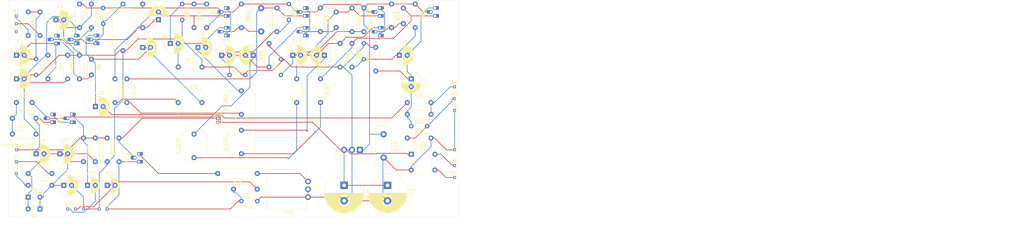
<source format=kicad_pcb>
(kicad_pcb (version 20221018) (generator pcbnew)
  (layers (0 "F.Cu" signal) (31 "B.Cu" signal) (34 "B.Paste" user) (35 "F.Paste" user) (36 "B.SilkS" user "B.Silkscreen") (37 "F.SilkS" user "F.Silkscreen") (38 "B.Mask" user) (39 "F.Mask" user) (44 "Edge.Cuts" user))
  (net 0 "")
  (net 1 "Net-(A1-Pin_1)")
  (net 2 "Net-(B1-Pin_1)")
  (net 3 "Net-(Q1-B)")
  (net 4 "Net-(C1-Pad2)")
  (net 5 "Net-(Q2-E)")
  (net 6 "GND")
  (net 7 "Net-(C3-Pad1)")
  (net 8 "Net-(Q2-C)")
  (net 9 "Net-(Q3-C)")
  (net 10 "Net-(Q4-B)")
  (net 11 "Net-(C6-Pad1)")
  (net 12 "Net-(Q3-E)")
  (net 13 "Net-(C7-Pad1)")
  (net 14 "Net-(Q5-E)")
  (net 15 "Net-(C8-Pad1)")
  (net 16 "Net-(Q5-C)")
  (net 17 "Net-(Q6-B)")
  (net 18 "Net-(C10-Pad1)")
  (net 19 "Net-(Q7-E)")
  (net 20 "Net-(C11-Pad1)")
  (net 21 "Net-(Q7-C)")
  (net 22 "Net-(Q8-B)")
  (net 23 "Net-(C13-Pad1)")
  (net 24 "Net-(Q9-E)")
  (net 25 "Net-(C14-Pad1)")
  (net 26 "Net-(Q9-C)")
  (net 27 "Net-(Q10-B)")
  (net 28 "Net-(C16-Pad1)")
  (net 29 "Net-(Q10-E)")
  (net 30 "Net-(C17-Pad2)")
  (net 31 "Net-(C18-Pad2)")
  (net 32 "Net-(Q11-B)")
  (net 33 "Net-(D1-K)")
  (net 34 "Net-(D1-A)")
  (net 35 "Net-(Connector_C1-Pin_1)")
  (net 36 "Net-(G1-Pin_1)")
  (net 37 "Net-(C23-Pad1)")
  (net 38 "Net-(H1-Pin_1)")
  (net 39 "Net-(D3-+)")
  (net 40 "+15V")
  (net 41 "Net-(C101-Pin_1)")
  (net 42 "Net-(K1-Pin_1)")
  (net 43 "Net-(J3-Pin_1)")
  (net 44 "Net-(D4-Pin_1)")
  (net 45 "Net-(E1-Pin_1)")
  (net 46 "Net-(LA1--)")
  (net 47 "Net-(M1-Pin_1)")
  (net 48 "Net-(N1-Pin_1)")
  (net 49 "Net-(Q1-C)")
  (net 50 "Net-(Q1-E)")
  (net 51 "Net-(Q4-E)")
  (net 52 "Net-(Q6-E)")
  (net 53 "Net-(Q8-E)")
  (net 54 "Net-(Q11-E)")
  (net 55 "Net-(Q13-B)")
  (net 56 "Net-(Q13-E)")
  (net 57 "Net-(R15-Pad2)")
  (net 58 "Net-(R16-Pad2)")
  (net 59 "Net-(R27-Pad2)")
  (net 60 "Net-(R28-Pad2)")
  (net 61 "Net-(R39-Pad1)")
  (net 62 "Net-(R48-Pad1)")
  (footprint "Resistor_THT:R_Axial_DIN0207_L6.3mm_D2.5mm_P7.62mm_Horizontal" (layer "F.Cu") (at 118.11 50.8 -90)
    (fp_text reference "R27")
    (fp_text value "4.7K")
  )
  (footprint "Resistor_THT:R_Axial_DIN0207_L6.3mm_D2.5mm_P7.62mm_Horizontal" (layer "F.Cu") (at 57.15 69.85 -90)
    (fp_text reference "R46")
    (fp_text value "4.7K")
  )
  (footprint "Connector_PinHeader_1.00mm:PinHeader_1x01_P1.00mm_Vertical" (layer "F.Cu") (at 168.91 53.34)
    (fp_text reference "N1")
    (fp_text value "Conn_01x01")
  )
  (footprint "Capacitor_THT:CP_Radial_D5.0mm_P2.50mm" (layer "F.Cu") (at 57.19 85.09)
    (fp_text reference "C23")
    (fp_text value "10uF 25V")
  )
  (footprint "Capacitor_THT:CP_Radial_D6.3mm_P2.50mm" (layer "F.Cu") (at 40.68 31.75)
    (fp_text reference "C3")
    (fp_text value "1uF 50V")
  )
  (footprint "Resistor_THT:R_Axial_DIN0207_L6.3mm_D2.5mm_P7.62mm_Horizontal" (layer "F.Cu") (at 89.14 34.29 90)
    (fp_text reference "R14")
    (fp_text value "100K")
  )
  (footprint "Resistor_THT:R_Axial_DIN0207_L6.3mm_D2.5mm_P7.62mm_Horizontal" (layer "F.Cu") (at 53.34 77.47 90)
    (fp_text reference "R45")
    (fp_text value "220K")
  )
  (footprint "Resistor_THT:R_Axial_DIN0207_L6.3mm_D2.5mm_P7.62mm_Horizontal" (layer "F.Cu") (at 85.09 34.29 90)
    (fp_text reference "R13")
    (fp_text value "100K")
  )
  (footprint "Package_TO_SOT_THT:TO-220-3_Vertical" (layer "F.Cu") (at 138.43 73.66 180)
    (fp_text reference "U1")
    (fp_text value "L7815")
  )
  (footprint "Resistor_THT:R_Axial_DIN0207_L6.3mm_D2.5mm_P7.62mm_Horizontal" (layer "F.Cu") (at 105.41 86.36 180)
    (fp_text reference "R49")
    (fp_text value "4.7K")
  )
  (footprint "Capacitor_THT:CP_Radial_D6.3mm_P2.50mm" (layer "F.Cu") (at 154.94 50.8 -90)
    (fp_text reference "C17")
    (fp_text value "1uF 50V")
  )
  (footprint "Package_TO_SOT_THT:TO-92L_HandSolder" (layer "F.Cu") (at 67.31 77.47 90)
    (fp_text reference "Q13")
    (fp_text value "2N3904")
  )
  (footprint "Capacitor_THT:CP_Radial_D6.3mm_P2.50mm" (layer "F.Cu") (at 41.95 74.93)
    (fp_text reference "C20")
    (fp_text value "1uF 50V")
  )
  (footprint "Resistor_THT:R_Axial_DIN0207_L6.3mm_D2.5mm_P7.62mm_Horizontal" (layer "F.Cu") (at 80.01 46.99)
    (fp_text reference "R17")
    (fp_text value "4.7K")
  )
  (footprint "Resistor_THT:R_Axial_DIN0207_L6.3mm_D2.5mm_P7.62mm_Horizontal" (layer "F.Cu") (at 148.59 26.67 -90)
    (fp_text reference "R29")
    (fp_text value "4.7K")
  )
  (footprint "Capacitor_THT:C_Rect_L7.2mm_W2.5mm_P5.00mm_FKS2_FKP2_MKS2_MKP2" (layer "F.Cu") (at 152.4 32.98 90)
    (fp_text reference "C15")
    (fp_text value "0.0047uF")
  )
  (footprint "Resistor_THT:R_Axial_DIN0207_L6.3mm_D2.5mm_P7.62mm_Horizontal" (layer "F.Cu") (at 132.08 39.37 -90)
    (fp_text reference "R31")
    (fp_text value "4.7K")
  )
  (footprint "Capacitor_THT:CP_Radial_D6.3mm_P2.50mm" (layer "F.Cu") (at 27.98 50.8)
    (fp_text reference "C2")
    (fp_text value "1uF 50V")
  )
  (footprint "Connector_PinHeader_1.00mm:PinHeader_1x01_P1.00mm_Vertical" (layer "F.Cu") (at 168.91 78.74)
    (fp_text reference "J3")
    (fp_text value "Conn_01x01")
  )
  (footprint "Package_TO_SOT_THT:TO-92L_HandSolder" (layer "F.Cu") (at 162.56 30.48 90)
    (fp_text reference "Q10")
    (fp_text value "2N3904")
  )
  (footprint "Resistor_THT:R_Axial_DIN0207_L6.3mm_D2.5mm_P7.62mm_Horizontal" (layer "F.Cu") (at 49.53 77.47 90)
    (fp_text reference "R44")
    (fp_text value "220K")
  )
  (footprint "Resistor_THT:R_Axial_DIN0207_L6.3mm_D2.5mm_P7.62mm_Horizontal" (layer "F.Cu") (at 143.51 48.26 90)
    (fp_text reference "R34")
    (fp_text value "4.7K")
  )
  (footprint "Connector_PinHeader_1.00mm:PinHeader_1x01_P1.00mm_Vertical" (layer "F.Cu") (at 27.94 30.48)
    (fp_text reference "B1")
    (fp_text value "Conn_01x01")
  )
  (footprint "Resistor_THT:R_Axial_DIN0204_L3.6mm_D1.6mm_P5.08mm_Horizontal" (layer "F.Cu") (at 96.52 49.53)
    (fp_text reference "R21")
    (fp_text value "47K")
  )
  (footprint "Connector_PinHeader_1.00mm:PinHeader_1x01_P1.00mm_Vertical" (layer "F.Cu") (at 46.99 92.71)
    (fp_text reference "H1")
    (fp_text value "Conn_01x01")
  )
  (footprint "Resistor_THT:R_Axial_DIN0204_L3.6mm_D1.6mm_P5.08mm_Horizontal" (layer "F.Cu") (at 115.57 26.67 -90)
    (fp_text reference "R20")
    (fp_text value "47K")
  )
  (footprint "Resistor_THT:R_Axial_DIN0207_L6.3mm_D2.5mm_P7.62mm_Horizontal" (layer "F.Cu") (at 63.5 50.8 -90)
    (fp_text reference "R16")
    (fp_text value "4.7K")
  )
  (footprint "OptoDevice:R_LDR_10x8.5mm_P7.6mm_Vertical" (layer "F.Cu") (at 85.09 76.19 90)
    (fp_text reference "R_LDR4")
    (fp_text value "LDR03")
  )
  (footprint "Resistor_THT:R_Axial_DIN0207_L6.3mm_D2.5mm_P7.62mm_Horizontal" (layer "F.Cu") (at 44.45 50.8 90)
    (fp_text reference "R6")
    (fp_text value "6.8K")
  )
  (footprint "Package_TO_SOT_THT:TO-92L_HandSolder" (layer "F.Cu") (at 39.37 64.77 90)
    (fp_text reference "Q11")
    (fp_text value "2N3904")
  )
  (footprint "Resistor_THT:R_Axial_DIN0204_L3.6mm_D1.6mm_P5.08mm_Horizontal" (layer "F.Cu") (at 139.7 44.45 90)
    (fp_text reference "R33")
    (fp_text value "47K")
  )
  (footprint "Connector_PinHeader_1.00mm:PinHeader_1x01_P1.00mm_Vertical" (layer "F.Cu") (at 168.91 82.55)
    (fp_text reference "K1")
    (fp_text value "Conn_01x01")
  )
  (footprint "Resistor_THT:R_Axial_DIN0207_L6.3mm_D2.5mm_P7.62mm_Horizontal" (layer "F.Cu") (at 100.33 26.67 -90)
    (fp_text reference "R18")
    (fp_text value "4.7K")
  )
  (footprint "Capacitor_THT:CP_Radial_D6.3mm_P2.50mm" (layer "F.Cu") (at 104.14 43.18 180)
    (fp_text reference "C11")
    (fp_text value "1uF 50V")
  )
  (footprint "OptoDevice:R_LDR_10x8.5mm_P7.6mm_Vertical" (layer "F.Cu") (at 100.33 74.92 90)
    (fp_text reference "R_LDR3")
    (fp_text value "LDR03")
  )
  (footprint "Resistor_THT:R_Axial_DIN0207_L6.3mm_D2.5mm_P7.62mm_Horizontal" (layer "F.Cu") (at 125.73 27.94 -90)
    (fp_text reference "R22")
    (fp_text value "4.7K")
  )
  (footprint "Connector_PinHeader_1.00mm:PinHeader_1x01_P1.00mm_Vertical" (layer "F.Cu") (at 27.94 33.02)
    (fp_text reference "A1")
    (fp_text value "Conn_01x01")
  )
  (footprint "Capacitor_THT:CP_Radial_D6.3mm_P2.50mm" (layer "F.Cu") (at 68.62 40.64)
    (fp_text reference "C6")
    (fp_text value "1uF 50V")
  )
  (footprint "Connector_PinHeader_1.00mm:PinHeader_1x01_P1.00mm_Vertical" (layer "F.Cu") (at 44.45 92.71)
    (fp_text reference "G1")
    (fp_text value "Conn_01x01")
  )
  (footprint "Capacitor_THT:CP_Radial_D6.3mm_P2.50mm" (layer "F.Cu") (at 53.38 59.69)
    (fp_text reference "C18")
    (fp_text value "1uF 50V")
  )
  (footprint "Resistor_THT:R_Axial_DIN0207_L6.3mm_D2.5mm_P7.62mm_Horizontal" (layer "F.Cu") (at 35.56 36.83 90)
    (fp_text reference "R2")
    (fp_text value "22k")
  )
  (footprint "Resistor_THT:R_Axial_DIN0207_L6.3mm_D2.5mm_P7.62mm_Horizontal" (layer "F.Cu") (at 161.29 62.23 180)
    (fp_text reference "R36")
    (fp_text value "100K")
  )
  (footprint "Resistor_THT:R_Axial_DIN0207_L6.3mm_D2.5mm_P7.62mm_Horizontal" (layer "F.Cu") (at 26.67 63.5)
    (fp_text reference "R40")
    (fp_text value "2.2M")
  )
  (footprint "Capacitor_THT:CP_Radial_D6.3mm_P2.50mm" (layer "F.Cu") (at 86.36 40.64)
    (fp_text reference "C8")
    (fp_text value "1uF 50V")
  )
  (footprint "Capacitor_THT:CP_Radial_D6.3mm_P2.50mm" (layer "F.Cu") (at 151.13 43.18)
    (fp_text reference "C16")
    (fp_text value "1uF 50V")
  )
  (footprint "Package_TO_SOT_THT:TO-92L_HandSolder" (layer "F.Cu") (at 120.65 36.83 90)
    (fp_text reference "Q7")
    (fp_text value "2N3904")
  )
  (footprint "Resistor_THT:R_Axial_DIN0207_L6.3mm_D2.5mm_P7.62mm_Horizontal" (layer "F.Cu") (at 26.67 68.58)
    (fp_text reference "R41")
    (fp_text value "4.7K")
  )
  (footprint "Resistor_THT:R_Axial_DIN0204_L3.6mm_D1.6mm_P5.08mm_Horizontal" (layer "F.Cu") (at 34.29 44.45 -90)
    (fp_text reference "R3")
    (fp_text value "47K")
  )
  (footprint "Connector_PinHeader_1.00mm:PinHeader_1x01_P1.00mm_Vertical" (layer "F.Cu") (at 168.91 60.96)
    (fp_text reference "L1")
    (fp_text value "Conn_01x01")
  )
  (footprint "Package_TO_SOT_THT:TO-92L_HandSolder" (layer "F.Cu") (at 144.78 36.83 90)
    (fp_text reference "Q9")
    (fp_text value "2N3904")
  )
  (footprint "Capacitor_THT:CP_Radial_D12.5mm_P5.00mm" (layer "F.Cu") (at 133.35 85.09 -90)
    (fp_text reference "C24")
    (fp_text value "1000uF 35V")
  )
  (footprint "Capacitor_THT:CP_Radial_D6.3mm_P2.50mm" (layer "F.Cu") (at 73.66 31.71 90)
    (fp_text reference "C5")
    (fp_text value "0.015uF")
  )
  (footprint "Connector_PinHeader_1.00mm:PinHeader_1x01_P1.00mm_Vertical" (layer "F.Cu") (at 168.91 57.15)
    (fp_text reference "M1")
    (fp_text value "Conn_01x01")
  )
  (footprint "Package_TO_SOT_THT:TO-92L_HandSolder" (layer "F.Cu") (at 45.72 64.77 90)
    (fp_text reference "Q12")
    (fp_text value "2N3904")
  )
  (footprint "OptoDevice:R_LDR_10x8.5mm_P7.6mm_Vertical" (layer "F.Cu") (at 100.33 62.23 90)
    (fp_text reference "R_LDR2")
    (fp_text value "LDR03")
  )
  (footprint "Resistor_THT:R_Axial_DIN0207_L6.3mm_D2.5mm_P7.62mm_Horizontal" (layer "F.Cu") (at 111.76 27.94 -90)
    (fp_text reference "R19")
    (fp_text value "100K")
  )
  (footprint "Resistor_THT:R_Axial_DIN0207_L6.3mm_D2.5mm_P7.62mm_Horizontal" (layer "F.Cu") (at 68.58 26.67 -90)
    (fp_text reference "R11")
    (fp_text value "4.7K")
  )
  (footprint "Resistor_THT:R_Axial_DIN0207_L6.3mm_D2.5mm_P7.62mm_Horizontal" (layer "F.Cu") (at 38.1 43.18 -90)
    (fp_text reference "R4")
    (fp_text value "1.2M")
  )
  (footprint "Resistor_THT:R_Axial_DIN0204_L3.6mm_D1.6mm_P5.08mm_Horizontal" (layer "F.Cu") (at 113.03 49.53 90)
    (fp_text reference "R24")
    (fp_text value "47K")
  )
  (footprint "Connector_PinHeader_1.00mm:PinHeader_1x01_P1.00mm_Vertical" (layer "F.Cu") (at 27.94 77.47)
    (fp_text reference "D4")
    (fp_text value "D")
  )
  (footprint "Diode_THT:D_DO-35_SOD27_P3.81mm_Vertical_AnodeUp" (layer "F.Cu") (at 31.75 88.9)
    (fp_text reference "D1")
    (fp_text value "D")
  )
  (footprint "Package_TO_SOT_THT:TO-92L_HandSolder" (layer "F.Cu") (at 144.78 30.48 90)
    (fp_text reference "Q8")
    (fp_text value "2N3904")
  )
  (footprint "Resistor_THT:R_Axial_DIN0207_L6.3mm_D2.5mm_P7.62mm_Horizontal" (layer "F.Cu") (at 156.21 26.67 -90)
    (fp_text reference "R30")
    (fp_text value "100K")
  )
  (footprint "Resistor_THT:R_Axial_DIN0309_L9.0mm_D3.2mm_P12.70mm_Horizontal" (layer "F.Cu") (at 105.41 81.28 180)
    (fp_text reference "R48")
    (fp_text value "68")
  )
  (footprint "Capacitor_THT:C_Rect_L10.3mm_W5.7mm_P7.50mm_MKS4" (layer "F.Cu") (at 106.68 35.495 90)
    (fp_text reference "C9")
    (fp_text value "0.22uF")
  )
  (footprint "Resistor_THT:R_Axial_DIN0207_L6.3mm_D2.5mm_P7.62mm_Horizontal" (layer "F.Cu") (at 125.73 50.8 -90)
    (fp_text reference "R28")
    (fp_text value "4.7K")
  )
  (footprint "Capacitor_THT:CP_Radial_D6.3mm_P2.50mm" (layer "F.Cu") (at 27.98 43.18)
    (fp_text reference "C1")
    (fp_text value "1uF 50V")
  )
  (footprint "Capacitor_THT:CP_Radial_D6.3mm_P2.50mm" (layer "F.Cu") (at 116.84 43.18)
    (fp_text reference "C13")
    (fp_text value "1uF 50V")
  )
  (footprint "Capacitor_THT:CP_Radial_D6.3mm_P2.50mm" (layer "F.Cu") (at 43.22 85.09)
    (fp_text reference "C21")
    (fp_text value "1uF 50V")
  )
  (footprint "Resistor_THT:R_Axial_DIN0207_L6.3mm_D2.5mm_P7.62mm_Horizontal" (layer "F.Cu") (at 153.67 58.42)
    (fp_text reference "R35")
    (fp_text value "100K")
  )
  (footprint "Resistor_THT:R_Axial_DIN0207_L6.3mm_D2.5mm_P7.62mm_Horizontal" (layer "F.Cu") (at 31.75 36.83 90)
    (fp_text reference "R1")
    (fp_text value "22K")
  )
  (footprint "Capacitor_THT:C_Axial_L12.0mm_D6.5mm_P15.00mm_Horizontal" (layer "F.Cu") (at 62.23 26.67 -90)
    (fp_text reference "C4")
    (fp_text value "339pF")
  )
  (footprint "Capacitor_THT:C_Rect_L7.2mm_W4.5mm_P5.00mm_FKS2_FKP2_MKS2_MKP2" (layer "F.Cu") (at 130.81 34.25 90)
    (fp_text reference "C12")
    (fp_text value "0.470pF")
  )
  (footprint "Diode_THT:D_DO-35_SOD27_P3.81mm_Vertical_AnodeUp" (layer "F.Cu") (at 35.56 92.71 180)
    (fp_text reference "D2")
    (fp_text value "D")
  )
  (footprint "Capacitor_THT:CP_Radial_D6.3mm_P2.50mm" (layer "F.Cu") (at 127 43.18 180)
    (fp_text reference "C14")
    (fp_text value "1uF 50V")
  )
  (footprint "Connector_PinHeader_1.00mm:PinHeader_1x01_P1.00mm_Vertical" (layer "F.Cu") (at 27.94 73.66)
    (fp_text reference "Connector_C1")
    (fp_text value "C_connector")
  )
  (footprint "Package_TO_SOT_THT:TO-92L_HandSolder" (layer "F.Cu") (at 95.25 36.83 90)
    (fp_text reference "Q5")
    (fp_text value "2N3904")
  )
  (footprint "Capacitor_THT:CP_Radial_D6.3mm_P2.50mm" (layer "F.Cu") (at 93.98 43.18)
    (fp_text reference "C10")
    (fp_text value "1uF 50V")
  )
  (footprint "Resistor_THT:R_Axial_DIN0204_L3.6mm_D1.6mm_P5.08mm_Horizontal" (layer "F.Cu") (at 81.28 26.67 -90)
    (fp_text reference "R12")
    (fp_text value "47K")
  )
  (footprint "Resistor_THT:R_Axial_DIN0207_L6.3mm_D2.5mm_P7.62mm_Horizontal" (layer "F.Cu") (at 52.07 26.67 -90)
    (fp_text reference "R7")
    (fp_text value "1.2M")
  )
  (footprint "Resistor_THT:R_Axial_DIN0207_L6.3mm_D2.5mm_P7.62mm_Horizontal" (layer "F.Cu") (at 31.75 81.28)
    (fp_text reference "R42")
    (fp_text value "4.7K")
  )
  (footprint "Resistor_THT:R_Axial_DIN0207_L6.3mm_D2.5mm_P7.62mm_Horizontal" (layer "F.Cu") (at 135.89 39.37 -90)
    (fp_text reference "R32")
    (fp_text value "100K")
  )
  (footprint "Capacitor_THT:CP_Radial_D5.0mm_P2.50mm" (layer "F.Cu") (at 50.84 85.09)
    (fp_text reference "C22")
    (fp_text value "10uF 25V")
  )
  (footprint "Resistor_THT:R_Box_L8.4mm_W2.5mm_P5.08mm" (layer "F.Cu") (at 27.94 58.42)
    (fp_text reference "R39")
    (fp_text value "3.3K")
  )
  (footprint "Connector_PinHeader_1.00mm:PinHeader_1x01_P1.00mm_Vertical" (layer "F.Cu") (at 168.91 73.66)
    (fp_text reference "O1")
    (fp_text value "Conn_01x01")
  )
  (footprint "Resistor_THT:R_Axial_DIN0204_L3.6mm_D1.6mm_P5.08mm_Horizontal" (layer "F.Cu") (at 55.88 27.94 -90)
    (fp_text reference "R10")
    (fp_text value "47K")
  )
  (footprint "Connector_PinHeader_1.00mm:PinHeader_1x01_P1.00mm_Vertical" (layer "F.Cu") (at 54.61 92.71)
    (fp_text reference "I1")
    (fp_text value "Conn_01x01")
  )
  (footprint "Resistor_THT:R_Axial_DIN0204_L3.6mm_D1.6mm_P5.08mm_Horizontal" (layer "F.Cu") (at 160.02 66.04 180)
    (fp_text reference "R37")
    (fp_text value "47K")
  )
  (footprint "Resistor_THT:R_Axial_DIN0207_L6.3mm_D2.5mm_P7.62mm_Horizontal" (layer "F.Cu") (at 48.26 50.8 90)
    (fp_text reference "R8")
    (fp_text value "1.2K")
  )
  (footprint "Connector_PinHeader_1.00mm:PinHeader_1x01_P1.00mm_Vertical" (layer "F.Cu") (at 49.53 92.71)
    (fp_text reference "F1")
    (fp_text value "Conn_01x01")
  )
  (footprint "Resistor_THT:R_Axial_DIN0204_L3.6mm_D1.6mm_P5.08mm_Horizontal" (layer "F.Cu") (at 105.41 90.17 180)
    (fp_text reference "R50")
    (fp_text value "47K")
  )
  (footprint "Connector_PinHeader_1.00mm:PinHeader_1x01_P1.00mm_Vertical" (layer "F.Cu") (at 27.94 35.56)
    (fp_text reference "C101")
    (fp_text value "Conn_01x01")
  )
  (footprint "Connector_PinHeader_1.00mm:PinHeader_1x01_P1.00mm_Vertical" (layer "F.Cu") (at 27.94 81.28)
    (fp_text reference "E1")
    (fp_text value "E")
  )
  (footprint "Capacitor_THT:C_Disc_D12.5mm_W5.0mm_P7.50mm" (layer "F.Cu") (at 146.05 68.64 -90)
    (fp_text reference "C26")
    (fp_text value "C")
  )
  (footprint "Resistor_THT:R_Axial_DIN0207_L6.3mm_D2.5mm_P7.62mm_Horizontal" (layer "F.Cu") (at 60.96 77.47 90)
    (fp_text reference "R47")
    (fp_text value "R")
  )
  (footprint "Resistor_THT:R_Axial_DIN0207_L6.3mm_D2.5mm_P7.62mm_Horizontal" (layer "F.Cu") (at 153.67 69.85)
    (fp_text reference "R38")
    (fp_text value "220K")
  )
  (footprint "Package_TO_SOT_THT:TO-92L_HandSolder" (layer "F.Cu") (at 46.99 39.37 90)
    (fp_text reference "Q2")
    (fp_text value "2N3904")
  )
  (footprint "Resistor_THT:R_Axial_DIN0207_L6.3mm_D2.5mm_P7.62mm_Horizontal" (layer "F.Cu") (at 139.7 27.94 -90)
    (fp_text reference "R26")
    (fp_text value "100K")
  )
  (footprint "Capacitor_THT:CP_Radial_D12.5mm_P5.00mm" (layer "F.Cu") (at 147.32 85.09 -90)
    (fp_text reference "C25")
    (fp_text value "1000uF 35V")
  )
  (footprint "Resistor_THT:R_Axial_DIN0207_L6.3mm_D2.5mm_P7.62mm_Horizontal" (layer "F.Cu") (at 135.89 27.94 -90)
    (fp_text reference "R25")
    (fp_text value "100K")
  )
  (footprint "Package_TO_SOT_THT:TO-92L_HandSolder" (layer "F.Cu") (at 40.64 39.37 90)
    (fp_text reference "Q1")
    (fp_text value "2N3904")
  )
  (footprint "Package_TO_SOT_THT:TO-92L_HandSolder" (layer "F.Cu") (at 120.65 30.48 90)
    (fp_text reference "Q6")
    (fp_text value "2N3904")
  )
  (footprint "Connector_PinHeader_1.00mm:PinHeader_1x01_P1.00mm_Vertical" (layer "F.Cu") (at 57.15 92.71)
    (fp_text reference "X1")
    (fp_text value "Conn_01x01")
  )
  (footprint "Potentiometer_THT:Potentiometer_Vishay_148-149_Single_Vertical" (layer "F.Cu") (at 121.745 83.835 180)
    (fp_text reference "RV2")
    (fp_text value "R_Potentiometer_Trim")
  )
  (footprint "Resistor_THT:R_Box_L8.4mm_W2.5mm_P5.08mm" (layer "F.Cu") (at 52.07 44.455 -90)
    (fp_text reference "R9")
    (fp_text value "3.3K")
  )
  (footprint "Resistor_THT:R_Axial_DIN0207_L6.3mm_D2.5mm_P7.62mm_Horizontal" (layer "F.Cu") (at 39.37 85.09 180)
    (fp_text reference "R43")
    (fp_text value "4.7K")
  )
  (footprint "Package_TO_SOT_THT:TO-92L_HandSolder" (layer "F.Cu") (at 53.34 39.37 90)
    (fp_text reference "Q3")
    (fp_text value "2N3904")
  )
  (footprint "Capacitor_THT:CP_Radial_D6.3mm_P2.50mm" (layer "F.Cu") (at 77.47 39.37)
    (fp_text reference "C7")
    (fp_text value "1uF 50V")
  )
  (footprint "Resistor_THT:R_Axial_DIN0207_L6.3mm_D2.5mm_P7.62mm_Horizontal" (layer "F.Cu") (at 59.69 50.8 -90)
    (fp_text reference "R15")
    (fp_text value "4.7K")
  )
  (footprint "Capacitor_THT:CP_Radial_D6.3mm_P2.50mm" (layer "F.Cu") (at 34.33 74.93)
    (fp_text reference "C19")
    (fp_text value "1uF 50V")
  )
  (footprint "Resistor_THT:R_Axial_DIN0207_L6.3mm_D2.5mm_P7.62mm_Horizontal" (layer "F.Cu") (at 109.22 46.99 90)
    (fp_text reference "R23")
    (fp_text value "4.7K")
  )
  (footprint "Diode_THT:Diode_Bridge_DIP-4_W7.62mm_P5.08mm" (layer "F.Cu") (at 154.94 75.07)
    (fp_text reference "D3")
    (fp_text value "DF01M")
  )
  (footprint "Connector_PinHeader_1.27mm:PinHeader_1x02_P1.27mm_Vertical" (layer "F.Cu") (at 92.71 63.5)
    (fp_text reference "LA1")
    (fp_text value "Lamp")
  )
  (footprint "Resistor_THT:R_Axial_DIN0207_L6.3mm_D2.5mm_P7.62mm_Horizontal" (layer "F.Cu") (at 48.26 34.29 90)
    (fp_text reference "R5")
    (fp_text value "100K")
  )
  (footprint "OptoDevice:R_LDR_10x8.5mm_P7.6mm_Vertical" (layer "F.Cu") (at 80.01 58.42)
    (fp_text reference "R_LDR1")
    (fp_text value "LDR03")
  )
  (footprint "Package_TO_SOT_THT:TO-92L_HandSolder" (layer "F.Cu") (at 95.25 30.48 90)
    (fp_text reference "Q4")
    (fp_text value "2N3904")
  )
  (gr_line (start 25.4 88.9) (end 25.4 95.25) (stroke (width 0.05)) (layer "Edge.Cuts"))
  (gr_line (start 132.08 25.4) (end 162.56 25.4) (stroke (width 0.05)) (layer "Edge.Cuts"))
  (gr_line (start 25.4 95.25) (end 132.08 95.25) (stroke (width 0.05)) (layer "Edge.Cuts"))
  (gr_line (start 162.56 95.25) (end 170.18 95.25) (stroke (width 0.05)) (layer "Edge.Cuts"))
  (gr_line (start 162.56 25.4) (end 170.18 25.4) (stroke (width 0.05)) (layer "Edge.Cuts"))
  (gr_line (start 170.18 25.4) (end 170.18 95.25) (stroke (width 0.05)) (layer "Edge.Cuts"))
  (gr_line (start 162.56 95.25) (end 132.08 95.25) (stroke (width 0.05)) (layer "Edge.Cuts"))
  (gr_line (start 25.4 88.9) (end 25.4 25.4) (stroke (width 0.05)) (layer "Edge.Cuts"))
  (gr_line (start 25.4 25.4) (end 132.08 25.4) (stroke (width 0.05)) (layer "Edge.Cuts"))
  (segment (start 31.75 33.02) (end 27.94 33.02) (width 0.2) (layer "F.Cu") (net 1))
  (segment (start 35.56 36.83) (end 31.75 33.02) (width 0.2) (layer "F.Cu") (net 1))
  (segment (start 31.75 36.83) (end 31.75 35.0169) (width 0.2) (layer "B.Cu") (net 2))
  (segment (start 27.94 30.48) (end 27.94 31.2069) (width 0.2) (layer "B.Cu") (net 2))
  (segment (start 31.75 35.0169) (end 27.94 31.2069) (width 0.2) (layer "B.Cu") (net 2))
  (segment (start 27.98 43.18) (end 29.0819 43.18) (width 0.2) (layer "F.Cu") (net 3))
  (segment (start 29.0819 42.9045) (end 32.6164 39.37) (width 0.2) (layer "F.Cu") (net 3))
  (segment (start 29.0819 43.18) (end 29.0819 42.9045) (width 0.2) (layer "F.Cu") (net 3))
  (segment (start 32.6164 39.37) (end 40.64 39.37) (width 0.2) (layer "F.Cu") (net 3))
  (segment (start 40.64 47.1581) (end 38.1 49.6981) (width 0.2) (layer "B.Cu") (net 3))
  (segment (start 38.1 50.8) (end 38.1 49.6981) (width 0.2) (layer "B.Cu") (net 3))
  (segment (start 40.64 39.37) (end 40.64 47.1581) (width 0.2) (layer "B.Cu") (net 3))
  (segment (start 34.29 44.45) (end 31.75 44.45) (width 0.2) (layer "F.Cu") (net 4))
  (segment (start 31.75 29.21) (end 35.56 29.21) (width 0.2) (layer "F.Cu") (net 4))
  (segment (start 31.75 44.45) (end 30.48 43.18) (width 0.2) (layer "F.Cu") (net 4))
  (segment (start 34.29 31.5819) (end 35.56 30.3119) (width 0.2) (layer "B.Cu") (net 4))
  (segment (start 34.29 44.45) (end 34.29 31.5819) (width 0.2) (layer "B.Cu") (net 4))
  (segment (start 35.56 29.21) (end 35.56 30.3119) (width 0.2) (layer "B.Cu") (net 4))
  (segment (start 29.0819 50.8) (end 29.0819 51.0755) (width 0.2) (layer "F.Cu") (net 5))
  (segment (start 29.9268 51.9204) (end 43.3296 51.9204) (width 0.2) (layer "F.Cu") (net 5))
  (segment (start 43.3296 51.9204) (end 44.45 50.8) (width 0.2) (layer "F.Cu") (net 5))
  (segment (start 27.98 50.8) (end 29.0819 50.8) (width 0.2) (layer "F.Cu") (net 5))
  (segment (start 29.0819 51.0755) (end 29.9268 51.9204) (width 0.2) (layer "F.Cu") (net 5))
  (segment (start 27.98 50.8) (end 29.0819 50.8) (width 0.2) (layer "B.Cu") (net 5))
  (segment (start 46.99 33.936) (end 43.7021 30.6481) (width 0.2) (layer "B.Cu") (net 5))
  (segment (start 46.99 36.83) (end 46.99 33.936) (width 0.2) (layer "B.Cu") (net 5))
  (segment (start 29.0819 50.8) (end 29.0819 50.5244) (width 0.2) (layer "B.Cu") (net 5))
  (segment (start 29.9082 49.6981) (end 30.8207 49.6981) (width 0.2) (layer "B.Cu") (net 5))
  (segment (start 29.0819 50.5244) (end 29.9082 49.6981) (width 0.2) (layer "B.Cu") (net 5))
  (segment (start 30.8207 49.6981) (end 37.7194 42.7994) (width 0.2) (layer "B.Cu") (net 5))
  (segment (start 39.7185 30.6481) (end 37.7194 32.6472) (width 0.2) (layer "B.Cu") (net 5))
  (segment (start 43.7021 30.6481) (end 39.7185 30.6481) (width 0.2) (layer "B.Cu") (net 5))
  (segment (start 37.7194 32.6472) (end 37.7194 42.7994) (width 0.2) (layer "B.Cu") (net 5))
  (segment (start 37.7194 42.7994) (end 38.1 43.18) (width 0.2) (layer "B.Cu") (net 5))
  (segment (start 101.0991 49.53) (end 100.5981 49.53) (width 0.2) (layer "F.Cu") (net 6))
  (segment (start 105.41 90.17) (end 106.665 88.915) (width 0.2) (layer "F.Cu") (net 6))
  (segment (start 102.5312 48.0979) (end 110.384 48.0979) (width 0.2) (layer "F.Cu") (net 6))
  (segment (start 150.06 80.15) (end 146.05 76.14) (width 0.2) (layer "F.Cu") (net 6))
  (segment (start 67.0542 37.9477) (end 63.3319 41.67) (width 0.2) (layer "F.Cu") (net 6))
  (segment (start 80.9679 37.9477) (end 67.0542 37.9477) (width 0.2) (layer "F.Cu") (net 6))
  (segment (start 121.745 88.915) (end 132.175 88.915) (width 0.2) (layer "F.Cu") (net 6))
  (segment (start 133.35 90.09) (end 147.32 90.09) (width 0.2) (layer "F.Cu") (net 6))
  (segment (start 168.91 73.66) (end 166.2019 73.66) (width 0.2) (layer "F.Cu") (net 6))
  (segment (start 34.29 49.53) (end 31.75 49.53) (width 0.2) (layer "F.Cu") (net 6))
  (segment (start 166.2019 73.66) (end 162.3919 69.85) (width 0.2) (layer "F.Cu") (net 6))
  (segment (start 110.384 48.0979) (end 114.0319 44.45) (width 0.2) (layer "F.Cu") (net 6))
  (segment (start 101.0991 49.53) (end 102.5312 48.0979) (width 0.2) (layer "F.Cu") (net 6))
  (segment (start 34.29 49.53) (end 35.2919 49.53) (width 0.2) (layer "F.Cu") (net 6))
  (segment (start 132.175 88.915) (end 133.35 90.09) (width 0.2) (layer "F.Cu") (net 6))
  (segment (start 62.23 41.67) (end 61.1281 41.67) (width 0.2) (layer "F.Cu") (net 6))
  (segment (start 35.2919 49.53) (end 41.6419 43.18) (width 0.2) (layer "F.Cu") (net 6))
  (segment (start 139.7 39.37) (end 140.7019 39.37) (width 0.2) (layer "F.Cu") (net 6))
  (segment (start 44.45 43.18) (end 43.3481 43.18) (width 0.2) (layer "F.Cu") (net 6))
  (segment (start 132.08 46.99) (end 116.5719 46.99) (width 0.2) (layer "F.Cu") (net 6))
  (segment (start 109.5529 40.4719) (end 109.22 40.4719) (width 0.2) (layer "F.Cu") (net 6))
  (segment (start 106.665 88.915) (end 121.745 88.915) (width 0.2) (layer "F.Cu") (net 6))
  (segment (start 154.94 80.15) (end 150.06 80.15) (width 0.2) (layer "F.Cu") (net 6))
  (segment (start 101.6 49.53) (end 101.0991 49.53) (width 0.2) (layer "F.Cu") (net 6))
  (segment (start 54.61 92.71) (end 49.53 92.71) (width 0.2) (layer "F.Cu") (net 6))
  (segment (start 44.45 43.18) (end 48.26 43.18) (width 0.2) (layer "F.Cu") (net 6))
  (segment (start 98.0581 46.99) (end 100.5981 49.53) (width 0.2) (layer "F.Cu") (net 6))
  (segment (start 116.5719 46.99) (end 114.0319 44.45) (width 0.2) (layer "F.Cu") (net 6))
  (segment (start 113.03 44.45) (end 113.531 44.45) (width 0.2) (layer "F.Cu") (net 6))
  (segment (start 59.6181 43.18) (end 48.26 43.18) (width 0.2) (layer "F.Cu") (net 6))
  (segment (start 143.51 40.64) (end 141.9719 40.64) (width 0.2) (layer "F.Cu") (net 6))
  (segment (start 141.9719 40.64) (end 140.7019 39.37) (width 0.2) (layer "F.Cu") (net 6))
  (segment (start 113.531 44.45) (end 114.0319 44.45) (width 0.2) (layer "F.Cu") (net 6))
  (segment (start 109.22 39.37) (end 109.22 40.4719) (width 0.2) (layer "F.Cu") (net 6))
  (segment (start 62.23 41.67) (end 63.3319 41.67) (width 0.2) (layer "F.Cu") (net 6))
  (segment (start 41.6419 43.18) (end 43.3481 43.18) (width 0.2) (layer "F.Cu") (net 6))
  (segment (start 61.1281 41.67) (end 59.6181 43.18) (width 0.2) (layer "F.Cu") (net 6))
  (segment (start 161.29 69.85) (end 162.3919 69.85) (width 0.2) (layer "F.Cu") (net 6))
  (segment (start 87.63 46.99) (end 98.0581 46.99) (width 0.2) (layer "F.Cu") (net 6))
  (segment (start 31.75 49.53) (end 30.48 50.8) (width 0.2) (layer "F.Cu") (net 6))
  (segment (start 113.531 44.45) (end 109.5529 40.4719) (width 0.2) (layer "F.Cu") (net 6))
  (via (at 80.9679 37.9477) (size 0.6) (drill 0.3) (layers "F.Cu" "B.Cu") (net 6))
  (segment (start 121.745 86.375) (end 121.745 88.915) (width 0.2) (layer "B.Cu") (net 6))
  (segment (start 154.94 79.0481) (end 161.29 72.6981) (width 0.2) (layer "B.Cu") (net 6))
  (segment (start 34.29 68.58) (end 34.29 67.4781) (width 0.2) (layer "B.Cu") (net 6))
  (segment (start 139.7 39.37) (end 139.7 40.3719) (width 0.2) (layer "B.Cu") (net 6))
  (segment (start 146.05 76.14) (end 145.8181 76.3719) (width 0.2) (layer "B.Cu") (net 6))
  (segment (start 49.53 88.9) (end 45.72 85.09) (width 0.2) (layer "B.Cu") (net 6))
  (segment (start 48.26 43.18) (end 48.26 42.0781) (width 0.2) (layer "B.Cu") (net 6))
  (segment (start 87.63 44.6098) (end 80.9679 37.9477) (width 0.2) (layer "B.Cu") (net 6))
  (segment (start 133.35 90.09) (end 135.89 87.55) (width 0.2) (layer "B.Cu") (net 6))
  (segment (start 54.61 81.1119) (end 54.61 92.71) (width 0.2) (layer "B.Cu") (net 6))
  (segment (start 47.5614 42.0781) (end 48.26 42.0781) (width 0.2) (layer "B.Cu") (net 6))
  (segment (start 34.29 67.4781) (end 30.48 63.6681) (width 0.2) (layer "B.Cu") (net 6))
  (segment (start 57.15 78.0209) (end 59.5386 75.6323) (width 0.2) (layer "B.Cu") (net 6))
  (segment (start 57.15 77.47) (end 57.15 78.0209) (width 0.2) (layer "B.Cu") (net 6))
  (segment (start 81.28 31.75) (end 81.28 37.6356) (width 0.2) (layer "B.Cu") (net 6))
  (segment (start 57.15 78.0209) (end 57.15 78.5719) (width 0.2) (layer "B.Cu") (net 6))
  (segment (start 154.94 80.15) (end 154.94 79.0481) (width 0.2) (layer "B.Cu") (net 6))
  (segment (start 59.5386 75.6323) (end 59.5386 60.3716) (width 0.2) (layer "B.Cu") (net 6))
  (segment (start 87.63 45.8881) (end 87.63 44.6098) (width 0.2) (layer "B.Cu") (net 6))
  (segment (start 49.53 92.71) (end 49.53 88.9) (width 0.2) (layer "B.Cu") (net 6))
  (segment (start 43.18 31.75) (end 43.18 37.6967) (width 0.2) (layer "B.Cu") (net 6))
  (segment (start 145.8181 76.3719) (end 145.8181 88.5881) (width 0.2) (layer "B.Cu") (net 6))
  (segment (start 135.89 87.55) (end 135.89 73.66) (width 0.2) (layer "B.Cu") (net 6))
  (segment (start 161.29 72.6981) (end 161.29 69.85) (width 0.2) (layer "B.Cu") (net 6))
  (segment (start 135.89 49.6981) (end 133.1819 46.99) (width 0.2) (layer "B.Cu") (net 6))
  (segment (start 30.48 63.6681) (end 30.48 50.8) (width 0.2) (layer "B.Cu") (net 6))
  (segment (start 168.91 60.96) (end 168.91 73.66) (width 0.2) (layer "B.Cu") (net 6))
  (segment (start 59.5386 60.3716) (end 62.23 57.6802) (width 0.2) (layer "B.Cu") (net 6))
  (segment (start 135.89 73.66) (end 135.89 49.6981) (width 0.2) (layer "B.Cu") (net 6))
  (segment (start 43.18 37.6967) (end 47.5614 42.0781) (width 0.2) (layer "B.Cu") (net 6))
  (segment (start 81.28 37.6356) (end 80.9679 37.9477) (width 0.2) (layer "B.Cu") (net 6))
  (segment (start 87.63 46.99) (end 87.63 45.8881) (width 0.2) (layer "B.Cu") (net 6))
  (segment (start 139.7 40.3719) (end 133.1819 46.89) (width 0.2) (layer "B.Cu") (net 6))
  (segment (start 132.08 46.99) (end 133.1819 46.99) (width 0.2) (layer "B.Cu") (net 6))
  (segment (start 145.8181 88.5881) (end 147.32 90.09) (width 0.2) (layer "B.Cu") (net 6))
  (segment (start 57.15 78.5719) (end 54.61 81.1119) (width 0.2) (layer "B.Cu") (net 6))
  (segment (start 133.1819 46.89) (end 133.1819 46.99) (width 0.2) (layer "B.Cu") (net 6))
  (segment (start 62.23 57.6802) (end 62.23 41.67) (width 0.2) (layer "B.Cu") (net 6))
  (segment (start 41.7819 31.75) (end 41.7819 32.0255) (width 0.2) (layer "F.Cu") (net 7))
  (segment (start 40.68 31.75) (end 41.7819 31.75) (width 0.2) (layer "F.Cu") (net 7))
  (segment (start 41.7819 32.0255) (end 44.0464 34.29) (width 0.2) (layer "F.Cu") (net 7))
  (segment (start 44.0464 34.29) (end 48.26 34.29) (width 0.2) (layer "F.Cu") (net 7))
  (segment (start 52.07 26.67) (end 52.07 30.48) (width 0.2) (layer "B.Cu") (net 7))
  (segment (start 52.07 30.48) (end 48.26 34.29) (width 0.2) (layer "B.Cu") (net 7))
  (segment (start 53.34 39.37) (end 50.4035 39.37) (width 0.2) (layer "F.Cu") (net 8))
  (segment (start 49.1335 38.1) (end 45.72 38.1) (width 0.2) (layer "F.Cu") (net 8))
  (segment (start 50.4035 39.37) (end 49.1335 38.1) (width 0.2) (layer "F.Cu") (net 8))
  (segment (start 56.8819 32.0181) (end 55.88 32.0181) (width 0.2) (layer "B.Cu") (net 8))
  (segment (start 55.88 33.02) (end 55.88 36.5105) (width 0.2) (layer "B.Cu") (net 8))
  (segment (start 53.34 39.37) (end 53.34 38.5181) (width 0.2) (layer "B.Cu") (net 8))
  (segment (start 55.88 36.5105) (end 53.8724 38.5181) (width 0.2) (layer "B.Cu") (net 8))
  (segment (start 53.8724 38.5181) (end 53.34 38.5181) (width 0.2) (layer "B.Cu") (net 8))
  (segment (start 55.88 33.02) (end 55.88 32.0181) (width 0.2) (layer "B.Cu") (net 8))
  (segment (start 62.23 26.67) (end 56.8819 32.0181) (width 0.2) (layer "B.Cu") (net 8))
  (segment (start 69.9781 34.29) (end 72.5581 31.71) (width 0.2) (layer "F.Cu") (net 9))
  (segment (start 73.66 31.71) (end 72.5581 31.71) (width 0.2) (layer "F.Cu") (net 9))
  (segment (start 68.58 34.29) (end 67.4781 34.29) (width 0.2) (layer "F.Cu") (net 9))
  (segment (start 68.58 34.29) (end 69.9781 34.29) (width 0.2) (layer "F.Cu") (net 9))
  (segment (start 63.6681 38.1) (end 52.07 38.1) (width 0.2) (layer "F.Cu") (net 9))
  (segment (start 67.4781 34.29) (end 63.6681 38.1) (width 0.2) (layer "F.Cu") (net 9))
  (segment (start 85.09 34.29) (end 85.09 30.48) (width 0.2) (layer "F.Cu") (net 10))
  (segment (start 74.93 30.48) (end 73.66 29.21) (width 0.2) (layer "F.Cu") (net 10))
  (segment (start 95.25 30.48) (end 85.09 30.48) (width 0.2) (layer "F.Cu") (net 10))
  (segment (start 85.09 30.48) (end 74.93 30.48) (width 0.2) (layer "F.Cu") (net 10))
  (segment (start 73.66 29.21) (end 72.0673 29.21) (width 0.2) (layer "B.Cu") (net 10))
  (segment (start 59.69 41.5873) (end 59.69 50.8) (width 0.2) (layer "B.Cu") (net 10))
  (segment (start 72.0673 29.21) (end 59.69 41.5873) (width 0.2) (layer "B.Cu") (net 10))
  (segment (start 68.62 40.64) (end 69.7219 40.64) (width 0.2) (layer "B.Cu") (net 11))
  (segment (start 69.7219 40.64) (end 69.7219 40.9155) (width 0.2) (layer "B.Cu") (net 11))
  (segment (start 69.7219 40.9155) (end 87.2264 58.42) (width 0.2) (layer "B.Cu") (net 11))
  (segment (start 87.2264 58.42) (end 87.61 58.42) (width 0.2) (layer "B.Cu") (net 11))
  (segment (start 67.305 44.455) (end 52.07 44.455) (width 0.2) (layer "F.Cu") (net 12))
  (segment (start 71.12 40.64) (end 67.305 44.455) (width 0.2) (layer "F.Cu") (net 12))
  (segment (start 50.4189 42.8039) (end 52.07 44.455) (width 0.2) (layer "B.Cu") (net 12))
  (segment (start 53.38 59.69) (end 53.38 45.765) (width 0.2) (layer "B.Cu") (net 12))
  (segment (start 53.38 45.765) (end 52.07 44.455) (width 0.2) (layer "B.Cu") (net 12))
  (segment (start 53.34 36.83) (end 51.1983 36.83) (width 0.2) (layer "B.Cu") (net 12))
  (segment (start 51.1983 36.83) (end 50.4189 37.6094) (width 0.2) (layer "B.Cu") (net 12))
  (segment (start 50.4189 37.6094) (end 50.4189 42.8039) (width 0.2) (layer "B.Cu") (net 12))
  (segment (start 89.14 26.67) (end 85.09 26.67) (width 0.2) (layer "F.Cu") (net 13))
  (segment (start 85.09 26.67) (end 81.28 26.67) (width 0.2) (layer "F.Cu") (net 13))
  (segment (start 77.47 39.37) (end 77.47 30.48) (width 0.2) (layer "B.Cu") (net 13))
  (segment (start 77.47 30.48) (end 81.28 26.67) (width 0.2) (layer "B.Cu") (net 13))
  (segment (start 88.86 40.64) (end 87.59 39.37) (width 0.2) (layer "F.Cu") (net 14))
  (segment (start 87.59 39.37) (end 79.97 39.37) (width 0.2) (layer "F.Cu") (net 14))
  (segment (start 88.86 40.64) (end 88.86 38.5498) (width 0.2) (layer "B.Cu") (net 14))
  (segment (start 93.1198 34.29) (end 95.25 34.29) (width 0.2) (layer "B.Cu") (net 14))
  (segment (start 88.86 38.5498) (end 93.1198 34.29) (width 0.2) (layer "B.Cu") (net 14))
  (segment (start 80.01 46.99) (end 79.97 46.95) (width 0.2) (layer "B.Cu") (net 14))
  (segment (start 79.97 46.95) (end 79.97 39.37) (width 0.2) (layer "B.Cu") (net 14))
  (segment (start 86.36 41.7419) (end 99.2481 54.63) (width 0.2) (layer "B.Cu") (net 15))
  (segment (start 99.2481 54.63) (end 100.33 54.63) (width 0.2) (layer "B.Cu") (net 15))
  (segment (start 86.36 40.64) (end 86.36 41.7419) (width 0.2) (layer "B.Cu") (net 15))
  (segment (start 100.33 34.29) (end 101.4319 34.29) (width 0.2) (layer "F.Cu") (net 16))
  (segment (start 97.9581 35.56) (end 99.2281 34.29) (width 0.2) (layer "F.Cu") (net 16))
  (segment (start 106.68 35.495) (end 102.6369 35.495) (width 0.2) (layer "F.Cu") (net 16))
  (segment (start 100.33 34.29) (end 99.2281 34.29) (width 0.2) (layer "F.Cu") (net 16))
  (segment (start 93.98 35.56) (end 97.9581 35.56) (width 0.2) (layer "F.Cu") (net 16))
  (segment (start 102.6369 35.495) (end 101.4319 34.29) (width 0.2) (layer "F.Cu") (net 16))
  (segment (start 103.054 50.8) (end 103.7438 50.1102) (width 0.2) (layer "F.Cu") (net 17))
  (segment (start 114.3 30.48) (end 111.76 27.94) (width 0.2) (layer "F.Cu") (net 17))
  (segment (start 63.5 50.8) (end 103.054 50.8) (width 0.2) (layer "F.Cu") (net 17))
  (segment (start 120.65 30.48) (end 114.3 30.48) (width 0.2) (layer "F.Cu") (net 17))
  (segment (start 106.735 27.94) (end 106.68 27.995) (width 0.2) (layer "F.Cu") (net 17))
  (segment (start 111.76 27.94) (end 106.735 27.94) (width 0.2) (layer "F.Cu") (net 17))
  (via (at 103.7438 50.1102) (size 0.6) (drill 0.3) (layers "F.Cu" "B.Cu") (net 17))
  (segment (start 103.7438 50.1102) (end 105.2419 48.6121) (width 0.2) (layer "B.Cu") (net 17))
  (segment (start 105.2419 29.4331) (end 106.68 27.995) (width 0.2) (layer "B.Cu") (net 17))
  (segment (start 105.2419 48.6121) (end 105.2419 29.4331) (width 0.2) (layer "B.Cu") (net 17))
  (segment (start 111.76 35.56) (end 110.6581 35.56) (width 0.2) (layer "F.Cu") (net 18))
  (segment (start 104.14 42.0781) (end 95.9082 42.0781) (width 0.2) (layer "F.Cu") (net 18))
  (segment (start 93.98 43.18) (end 95.0819 43.18) (width 0.2) (layer "F.Cu") (net 18))
  (segment (start 95.9082 42.0781) (end 95.0819 42.9044) (width 0.2) (layer "F.Cu") (net 18))
  (segment (start 110.6581 35.56) (end 104.14 42.0781) (width 0.2) (layer "F.Cu") (net 18))
  (segment (start 95.0819 42.9044) (end 95.0819 43.18) (width 0.2) (layer "F.Cu") (net 18))
  (segment (start 93.98 44.2819) (end 96.52 46.8219) (width 0.2) (layer "B.Cu") (net 18))
  (segment (start 96.52 46.8219) (end 96.52 49.53) (width 0.2) (layer "B.Cu") (net 18))
  (segment (start 112.8619 35.46) (end 112.8619 35.56) (width 0.2) (layer "B.Cu") (net 18))
  (segment (start 93.98 43.18) (end 93.98 44.2819) (width 0.2) (layer "B.Cu") (net 18))
  (segment (start 115.57 32.7519) (end 112.8619 35.46) (width 0.2) (layer "B.Cu") (net 18))
  (segment (start 115.57 31.75) (end 115.57 32.7519) (width 0.2) (layer "B.Cu") (net 18))
  (segment (start 111.76 35.56) (end 112.8619 35.56) (width 0.2) (layer "B.Cu") (net 18))
  (segment (start 109.22 46.99) (end 105.45 46.99) (width 0.2) (layer "F.Cu") (net 19))
  (segment (start 105.45 46.99) (end 101.64 43.18) (width 0.2) (layer "F.Cu") (net 19))
  (segment (start 96.48 43.18) (end 101.64 43.18) (width 0.2) (layer "F.Cu") (net 19))
  (segment (start 120.65 34.29) (end 118.487 34.29) (width 0.2) (layer "B.Cu") (net 19))
  (segment (start 118.487 34.29) (end 109.22 43.557) (width 0.2) (layer "B.Cu") (net 19))
  (segment (start 109.22 43.557) (end 109.22 46.99) (width 0.2) (layer "B.Cu") (net 19))
  (segment (start 94.1596 59.5204) (end 85.09 68.59) (width 0.2) (layer "B.Cu") (net 20))
  (segment (start 97.0119 59.5204) (end 94.1596 59.5204) (width 0.2) (layer "B.Cu") (net 20))
  (segment (start 104.14 43.18) (end 104.14 44.2819) (width 0.2) (layer "B.Cu") (net 20))
  (segment (start 104.14 44.2819) (end 103.0756 45.3463) (width 0.2) (layer "B.Cu") (net 20))
  (segment (start 103.0756 53.4567) (end 97.0119 59.5204) (width 0.2) (layer "B.Cu") (net 20))
  (segment (start 103.0756 45.3463) (end 103.0756 53.4567) (width 0.2) (layer "B.Cu") (net 20))
  (segment (start 130.81 34.25) (end 129.5 35.56) (width 0.2) (layer "F.Cu") (net 21))
  (segment (start 125.73 35.56) (end 119.38 35.56) (width 0.2) (layer "F.Cu") (net 21))
  (segment (start 129.5 35.56) (end 125.73 35.56) (width 0.2) (layer "F.Cu") (net 21))
  (segment (start 138.43 30.48) (end 135.89 27.94) (width 0.2) (layer "F.Cu") (net 22))
  (segment (start 144.78 30.48) (end 138.43 30.48) (width 0.2) (layer "F.Cu") (net 22))
  (segment (start 134.58 29.25) (end 135.89 27.94) (width 0.2) (layer "F.Cu") (net 22))
  (segment (start 130.81 29.25) (end 134.58 29.25) (width 0.2) (layer "F.Cu") (net 22))
  (segment (start 128.1608 36.2894) (end 128.1608 31.8992) (width 0.2) (layer "B.Cu") (net 22))
  (segment (start 118.11 50.8) (end 118.11 46.3402) (width 0.2) (layer "B.Cu") (net 22))
  (segment (start 118.11 46.3402) (end 128.1608 36.2894) (width 0.2) (layer "B.Cu") (net 22))
  (segment (start 128.1608 31.8992) (end 130.81 29.25) (width 0.2) (layer "B.Cu") (net 22))
  (segment (start 118.7682 42.0781) (end 124.5382 42.0781) (width 0.2) (layer "F.Cu") (net 23))
  (segment (start 117.9419 42.9044) (end 118.7682 42.0781) (width 0.2) (layer "F.Cu") (net 23))
  (segment (start 117.9419 43.18) (end 117.9419 42.9044) (width 0.2) (layer "F.Cu") (net 23))
  (segment (start 135.89 35.56) (end 139.7 35.56) (width 0.2) (layer "F.Cu") (net 23))
  (segment (start 116.84 43.18) (end 117.9419 43.18) (width 0.2) (layer "F.Cu") (net 23))
  (segment (start 131.0563 35.56) (end 135.89 35.56) (width 0.2) (layer "F.Cu") (net 23))
  (segment (start 124.5382 42.0781) (end 131.0563 35.56) (width 0.2) (layer "F.Cu") (net 23))
  (segment (start 113.03 49.53) (end 116.84 45.72) (width 0.2) (layer "B.Cu") (net 23))
  (segment (start 116.84 45.72) (end 116.84 43.18) (width 0.2) (layer "B.Cu") (net 23))
  (segment (start 128.31 39.37) (end 132.08 39.37) (width 0.2) (layer "F.Cu") (net 24))
  (segment (start 124.5 43.18) (end 119.34 43.18) (width 0.2) (layer "F.Cu") (net 24))
  (segment (start 134.0758 37.3742) (end 132.08 39.37) (width 0.2) (layer "F.Cu") (net 24))
  (segment (start 124.5 43.18) (end 128.31 39.37) (width 0.2) (layer "F.Cu") (net 24))
  (segment (start 137.319 37.3727) (end 137.3175 37.3742) (width 0.2) (layer "F.Cu") (net 24))
  (segment (start 144.78 34.29) (end 142.5746 34.29) (width 0.2) (layer "F.Cu") (net 24))
  (segment (start 137.3175 37.3742) (end 134.0758 37.3742) (width 0.2) (layer "F.Cu") (net 24))
  (segment (start 142.5746 34.29) (end 139.4919 37.3727) (width 0.2) (layer "F.Cu") (net 24))
  (segment (start 139.4919 37.3727) (end 137.319 37.3727) (width 0.2) (layer "F.Cu") (net 24))
  (segment (start 121.1596 67.32) (end 121.461 67.6214) (width 0.2) (layer "F.Cu") (net 25))
  (segment (start 100.33 67.32) (end 121.1596 67.32) (width 0.2) (layer "F.Cu") (net 25))
  (via (at 121.461 67.6214) (size 0.6) (drill 0.3) (layers "F.Cu" "B.Cu") (net 25))
  (segment (start 127 43.18) (end 127 44.2819) (width 0.2) (layer "B.Cu") (net 25))
  (segment (start 121.461 49.8209) (end 127 44.2819) (width 0.2) (layer "B.Cu") (net 25))
  (segment (start 121.461 67.6214) (end 121.461 49.8209) (width 0.2) (layer "B.Cu") (net 25))
  (segment (start 147.4881 34.29) (end 146.2181 35.56) (width 0.2) (layer "F.Cu") (net 26))
  (segment (start 152.4 32.98) (end 151.0019 32.98) (width 0.2) (layer "F.Cu") (net 26))
  (segment (start 148.59 34.29) (end 147.4881 34.29) (width 0.2) (layer "F.Cu") (net 26))
  (segment (start 151.0019 32.98) (end 149.6919 34.29) (width 0.2) (layer "F.Cu") (net 26))
  (segment (start 148.59 34.29) (end 149.6919 34.29) (width 0.2) (layer "F.Cu") (net 26))
  (segment (start 146.2181 35.56) (end 143.51 35.56) (width 0.2) (layer "F.Cu") (net 26))
  (segment (start 157.4187 30.48) (end 154.9 30.48) (width 0.2) (layer "F.Cu") (net 27))
  (segment (start 162.56 30.48) (end 157.46 30.48) (width 0.2) (layer "F.Cu") (net 27))
  (segment (start 137.4854 37.7746) (end 135.89 39.37) (width 0.2) (layer "F.Cu") (net 27))
  (segment (start 157.46 30.48) (end 157.4187 30.48) (width 0.2) (layer "F.Cu") (net 27))
  (segment (start 154.9 30.48) (end 154.9 32.08) (width 0.2) (layer "F.Cu") (net 27))
  (segment (start 149.2054 37.7746) (end 137.4854 37.7746) (width 0.2) (layer "F.Cu") (net 27))
  (segment (start 154.9 30.48) (end 152.4 27.98) (width 0.2) (layer "F.Cu") (net 27))
  (segment (start 154.9 32.08) (end 149.2054 37.7746) (width 0.2) (layer "F.Cu") (net 27))
  (segment (start 135.89 40.64) (end 135.89 39.37) (width 0.2) (layer "B.Cu") (net 27))
  (segment (start 125.73 50.8) (end 135.89 40.64) (width 0.2) (layer "B.Cu") (net 27))
  (segment (start 148.7581 44.45) (end 139.7 44.45) (width 0.2) (layer "F.Cu") (net 28))
  (segment (start 151.13 43.18) (end 150.0281 43.18) (width 0.2) (layer "F.Cu") (net 28))
  (segment (start 150.0281 43.18) (end 148.7581 44.45) (width 0.2) (layer "F.Cu") (net 28))
  (segment (start 156.21 36.9981) (end 151.13 42.0781) (width 0.2) (layer "B.Cu") (net 28))
  (segment (start 156.21 34.29) (end 156.21 36.9981) (width 0.2) (layer "B.Cu") (net 28))
  (segment (start 137.16 46.99) (end 139.7 44.45) (width 0.2) (layer "B.Cu") (net 28))
  (segment (start 151.13 43.18) (end 151.13 42.0781) (width 0.2) (layer "B.Cu") (net 28))
  (segment (start 135.89 46.99) (end 137.16 46.99) (width 0.2) (layer "B.Cu") (net 28))
  (segment (start 151.2981 48.26) (end 153.8381 50.8) (width 0.2) (layer "F.Cu") (net 29))
  (segment (start 154.94 50.8) (end 153.8381 50.8) (width 0.2) (layer "F.Cu") (net 29))
  (segment (start 143.51 48.26) (end 151.2981 48.26) (width 0.2) (layer "F.Cu") (net 29))
  (segment (start 154.94 49.6981) (end 153.63 48.3881) (width 0.2) (layer "B.Cu") (net 29))
  (segment (start 153.63 43.18) (end 158.0699 38.7401) (width 0.2) (layer "B.Cu") (net 29))
  (segment (start 153.63 48.3881) (end 153.63 43.18) (width 0.2) (layer "B.Cu") (net 29))
  (segment (start 154.94 50.8) (end 154.94 49.6981) (width 0.2) (layer "B.Cu") (net 29))
  (segment (start 158.0699 38.7401) (end 158.0699 30.2625) (width 0.2) (layer "B.Cu") (net 29))
  (segment (start 160.3924 27.94) (end 162.56 27.94) (width 0.2) (layer "B.Cu") (net 29))
  (segment (start 158.0699 30.2625) (end 160.3924 27.94) (width 0.2) (layer "B.Cu") (net 29))
  (segment (start 153.67 62.23) (end 153.67 63.3319) (width 0.2) (layer "B.Cu") (net 30))
  (segment (start 154.94 53.3) (end 154.94 59.8581) (width 0.2) (layer "B.Cu") (net 30))
  (segment (start 154.94 59.8581) (end 153.67 61.1281) (width 0.2) (layer "B.Cu") (net 30))
  (segment (start 153.67 62.23) (end 153.67 61.1281) (width 0.2) (layer "B.Cu") (net 30))
  (segment (start 153.67 63.3319) (end 154.94 64.6019) (width 0.2) (layer "B.Cu") (net 30))
  (segment (start 154.94 64.6019) (end 154.94 66.04) (width 0.2) (layer "B.Cu") (net 30))
  (segment (start 58.4857 62.2957) (end 55.88 59.69) (width 0.2) (layer "F.Cu") (net 31))
  (segment (start 153.67 58.42) (end 148.7 63.39) (width 0.2) (layer "F.Cu") (net 31))
  (segment (start 94.8581 63.39) (end 93.7638 62.2957) (width 0.2) (layer "F.Cu") (net 31))
  (segment (start 93.7638 62.2957) (end 58.4857 62.2957) (width 0.2) (layer "F.Cu") (net 31))
  (segment (start 148.7 63.39) (end 94.8581 63.39) (width 0.2) (layer "F.Cu") (net 31))
  (segment (start 34.29 63.5) (end 35.3919 63.5) (width 0.2) (layer "F.Cu") (net 32))
  (segment (start 36.6619 64.77) (end 39.37 64.77) (width 0.2) (layer "F.Cu") (net 32))
  (segment (start 35.3919 63.5) (end 36.6619 64.77) (width 0.2) (layer "F.Cu") (net 32))
  (segment (start 34.29 63.5) (end 34.29 64.6019) (width 0.2) (layer "B.Cu") (net 32))
  (segment (start 34.33 73.8281) (end 35.3919 72.7662) (width 0.2) (layer "B.Cu") (net 32))
  (segment (start 35.3919 72.7662) (end 35.3919 65.7038) (width 0.2) (layer "B.Cu") (net 32))
  (segment (start 34.33 74.93) (end 34.33 73.8281) (width 0.2) (layer "B.Cu") (net 32))
  (segment (start 35.3919 65.7038) (end 34.29 64.6019) (width 0.2) (layer "B.Cu") (net 32))
  (segment (start 36.83 74.93) (end 41.95 74.93) (width 0.2) (layer "F.Cu") (net 33))
  (segment (start 43.0519 75.2055) (end 43.0519 74.93) (width 0.2) (layer "F.Cu") (net 33))
  (segment (start 41.95 74.93) (end 43.0519 74.93) (width 0.2) (layer "F.Cu") (net 33))
  (segment (start 45.3164 77.47) (end 43.0519 75.2055) (width 0.2) (layer "F.Cu") (net 33))
  (segment (start 49.53 77.47) (end 45.3164 77.47) (width 0.2) (layer "F.Cu") (net 33))
  (segment (start 31.75 87.7981) (end 32.9099 86.6382) (width 0.2) (layer "B.Cu") (net 33))
  (segment (start 36.83 76.2) (end 31.75 81.28) (width 0.2) (layer "B.Cu") (net 33))
  (segment (start 31.75 88.9) (end 31.75 87.7981) (width 0.2) (layer "B.Cu") (net 33))
  (segment (start 31.75 88.9) (end 31.75 92.71) (width 0.2) (layer "B.Cu") (net 33))
  (segment (start 36.83 74.93) (end 36.83 76.2) (width 0.2) (layer "B.Cu") (net 33))
  (segment (start 32.9099 86.6382) (end 32.9099 82.4399) (width 0.2) (layer "B.Cu") (net 33))
  (segment (start 32.9099 82.4399) (end 31.75 81.28) (width 0.2) (layer "B.Cu") (net 33))
  (segment (start 43.22 85.09) (end 39.37 85.09) (width 0.2) (layer "F.Cu") (net 34))
  (segment (start 50.8 74.93) (end 53.34 77.47) (width 0.2) (layer "F.Cu") (net 34))
  (segment (start 44.45 74.93) (end 50.8 74.93) (width 0.2) (layer "F.Cu") (net 34))
  (segment (start 44.45 74.93) (end 44.45 80.01) (width 0.2) (layer "B.Cu") (net 34))
  (segment (start 44.45 80.01) (end 39.37 85.09) (width 0.2) (layer "B.Cu") (net 34))
  (segment (start 39.37 85.09) (end 36.6619 87.7981) (width 0.2) (layer "B.Cu") (net 34))
  (segment (start 36.6619 87.7981) (end 36.6619 88.9) (width 0.2) (layer "B.Cu") (net 34))
  (segment (start 35.56 88.9) (end 36.6619 88.9) (width 0.2) (layer "B.Cu") (net 34))
  (segment (start 35.56 92.71) (end 35.56 88.9) (width 0.2) (layer "B.Cu") (net 34))
  (segment (start 44.6181 73.66) (end 48.4281 69.85) (width 0.2) (layer "F.Cu") (net 35))
  (segment (start 27.94 73.66) (end 44.6181 73.66) (width 0.2) (layer "F.Cu") (net 35))
  (segment (start 57.15 69.85) (end 53.34 69.85) (width 0.2) (layer "F.Cu") (net 35))
  (segment (start 49.53 69.85) (end 48.4281 69.85) (width 0.2) (layer "F.Cu") (net 35))
  (segment (start 49.53 69.85) (end 53.34 69.85) (width 0.2) (layer "F.Cu") (net 35))
  (segment (start 50.84 85.09) (end 50.84 72.2619) (width 0.2) (layer "B.Cu") (net 35))
  (segment (start 45.72 62.23) (end 49.53 66.04) (width 0.2) (layer "B.Cu") (net 35))
  (segment (start 49.53 66.04) (end 49.53 69.85) (width 0.2) (layer "B.Cu") (net 35))
  (segment (start 49.53 69.85) (end 49.53 70.9519) (width 0.2) (layer "B.Cu") (net 35))
  (segment (start 50.84 72.2619) (end 49.53 70.9519) (width 0.2) (layer "B.Cu") (net 35))
  (segment (start 45.1769 92.71) (end 46.2365 93.7696) (width 0.2) (layer "B.Cu") (net 36))
  (segment (start 53.34 90.222) (end 53.34 85.09) (width 0.2) (layer "B.Cu") (net 36))
  (segment (start 44.45 92.71) (end 45.1769 92.71) (width 0.2) (layer "B.Cu") (net 36))
  (segment (start 46.2365 93.7696) (end 49.7924 93.7696) (width 0.2) (layer "B.Cu") (net 36))
  (segment (start 49.7924 93.7696) (end 53.34 90.222) (width 0.2) (layer "B.Cu") (net 36))
  (segment (start 59.12 83.9864) (end 103.0364 83.9864) (width 0.2) (layer "F.Cu") (net 37))
  (segment (start 103.0364 83.9864) (end 105.41 86.36) (width 0.2) (layer "F.Cu") (net 37))
  (segment (start 58.2919 84.8145) (end 59.12 83.9864) (width 0.2) (layer "F.Cu") (net 37))
  (segment (start 57.19 85.09) (end 58.2919 85.09) (width 0.2) (layer "F.Cu") (net 37))
  (segment (start 58.2919 85.09) (end 58.2919 84.8145) (width 0.2) (layer "F.Cu") (net 37))
  (segment (start 59.69 85.09) (end 52.7969 91.9831) (width 0.2) (layer "F.Cu") (net 38))
  (segment (start 46.99 92.71) (end 47.7169 92.71) (width 0.2) (layer "F.Cu") (net 38))
  (segment (start 48.4438 91.9831) (end 47.7169 92.71) (width 0.2) (layer "F.Cu") (net 38))
  (segment (start 52.7969 91.9831) (end 48.4438 91.9831) (width 0.2) (layer "F.Cu") (net 38))
  (segment (start 44.8671 63.0829) (end 44.45 63.5) (width 0.2) (layer "F.Cu") (net 39))
  (segment (start 93.5409 64.77) (end 93.5409 62.8245) (width 0.2) (layer "F.Cu") (net 39))
  (segment (start 135.3575 74.9619) (end 143.8355 74.9619) (width 0.2) (layer "F.Cu") (net 39))
  (segment (start 92.0597 62.6976) (end 91.6744 63.0829) (width 0.2) (layer "F.Cu") (net 39))
  (segment (start 92.71 64.77) (end 93.5409 64.77) (width 0.2) (layer "F.Cu") (net 39))
  (segment (start 133.35 73.66) (end 132.0956 73.66) (width 0.2) (layer "F.Cu") (net 39))
  (segment (start 91.6744 63.0829) (end 44.8671 63.0829) (width 0.2) (layer "F.Cu") (net 39))
  (segment (start 133.35 73.66) (end 134.6044 73.66) (width 0.2) (layer "F.Cu") (net 39))
  (segment (start 147.32 85.09) (end 133.35 85.09) (width 0.2) (layer "F.Cu") (net 39))
  (segment (start 134.6044 73.66) (end 134.6044 74.2088) (width 0.2) (layer "F.Cu") (net 39))
  (segment (start 154.94 75.07) (end 153.8381 75.07) (width 0.2) (layer "F.Cu") (net 39))
  (segment (start 134.6044 74.2088) (end 135.3575 74.9619) (width 0.2) (layer "F.Cu") (net 39))
  (segment (start 123.2056 64.77) (end 93.5409 64.77) (width 0.2) (layer "F.Cu") (net 39))
  (segment (start 153.5652 74.7971) (end 153.8381 75.07) (width 0.2) (layer "F.Cu") (net 39))
  (segment (start 93.5409 62.8245) (end 93.414 62.6976) (width 0.2) (layer "F.Cu") (net 39))
  (segment (start 132.0956 73.66) (end 123.2056 64.77) (width 0.2) (layer "F.Cu") (net 39))
  (segment (start 38.1 63.5) (end 44.45 63.5) (width 0.2) (layer "F.Cu") (net 39))
  (segment (start 143.8355 74.9619) (end 144.0003 74.7971) (width 0.2) (layer "F.Cu") (net 39))
  (segment (start 144.0003 74.7971) (end 153.5652 74.7971) (width 0.2) (layer "F.Cu") (net 39))
  (segment (start 93.414 62.6976) (end 92.0597 62.6976) (width 0.2) (layer "F.Cu") (net 39))
  (segment (start 33.02 58.42) (end 38.1 63.5) (width 0.2) (layer "B.Cu") (net 39))
  (segment (start 133.35 85.09) (end 133.35 73.66) (width 0.2) (layer "B.Cu") (net 39))
  (segment (start 115.57 26.67) (end 100.33 26.67) (width 0.2) (layer "F.Cu") (net 40))
  (segment (start 138.5441 26.7841) (end 139.7 27.94) (width 0.2) (layer "F.Cu") (net 40))
  (segment (start 140.97 29.21) (end 139.7 27.94) (width 0.2) (layer "F.Cu") (net 40))
  (segment (start 139.7 27.94) (end 140.97 26.67) (width 0.2) (layer "F.Cu") (net 40))
  (segment (start 143.51 29.21) (end 140.97 29.21) (width 0.2) (layer "F.Cu") (net 40))
  (segment (start 161.29 29.21) (end 158.75 29.21) (width 0.2) (layer "F.Cu") (net 40))
  (segment (start 55.88 27.94) (end 50.6319 27.94) (width 0.2) (layer "F.Cu") (net 40))
  (segment (start 67.31 27.94) (end 67.3513 27.94) (width 0.2) (layer "F.Cu") (net 40))
  (segment (start 148.59 26.67) (end 156.21 26.67) (width 0.2) (layer "F.Cu") (net 40))
  (segment (start 140.97 26.67) (end 148.59 26.67) (width 0.2) (layer "F.Cu") (net 40))
  (segment (start 48.26 26.67) (end 49.3619 26.67) (width 0.2) (layer "F.Cu") (net 40))
  (segment (start 124.46 29.21) (end 125.73 27.94) (width 0.2) (layer "F.Cu") (net 40))
  (segment (start 55.88 27.94) (end 67.31 27.94) (width 0.2) (layer "F.Cu") (net 40))
  (segment (start 125.73 27.94) (end 126.8859 26.7841) (width 0.2) (layer "F.Cu") (net 40))
  (segment (start 158.75 29.21) (end 156.21 26.67) (width 0.2) (layer "F.Cu") (net 40))
  (segment (start 67.3513 27.94) (end 68.58 27.94) (width 0.2) (layer "F.Cu") (net 40))
  (segment (start 97.79 29.21) (end 93.98 29.21) (width 0.2) (layer "F.Cu") (net 40))
  (segment (start 119.38 29.21) (end 124.46 29.21) (width 0.2) (layer "F.Cu") (net 40))
  (segment (start 92.71 27.94) (end 93.98 29.21) (width 0.2) (layer "F.Cu") (net 40))
  (segment (start 126.8859 26.7841) (end 138.5441 26.7841) (width 0.2) (layer "F.Cu") (net 40))
  (segment (start 68.58 27.94) (end 92.71 27.94) (width 0.2) (layer "F.Cu") (net 40))
  (segment (start 100.33 26.67) (end 97.79 29.21) (width 0.2) (layer "F.Cu") (net 40))
  (segment (start 68.58 26.67) (end 68.58 27.94) (width 0.2) (layer "F.Cu") (net 40))
  (segment (start 50.6319 27.94) (end 49.3619 26.67) (width 0.2) (layer "F.Cu") (net 40))
  (segment (start 139.6844 73.66) (end 141.555 71.7894) (width 0.2) (layer "B.Cu") (net 40))
  (segment (start 119.38 29.21) (end 118.11 29.21) (width 0.2) (layer "B.Cu") (net 40))
  (segment (start 141.555 71.7894) (end 141.555 68.64) (width 0.2) (layer "B.Cu") (net 40))
  (segment (start 138.43 73.66) (end 139.6844 73.66) (width 0.2) (layer "B.Cu") (net 40))
  (segment (start 146.05 68.64) (end 141.555 68.64) (width 0.2) (layer "B.Cu") (net 40))
  (segment (start 89.14 34.29) (end 93.98 29.45) (width 0.2) (layer "B.Cu") (net 40))
  (segment (start 139.7 33.3592) (end 139.7 27.94) (width 0.2) (layer "B.Cu") (net 40))
  (segment (start 141.555 68.64) (end 141.555 35.2142) (width 0.2) (layer "B.Cu") (net 40))
  (segment (start 141.555 35.2142) (end 139.7 33.3592) (width 0.2) (layer "B.Cu") (net 40))
  (segment (start 118.11 29.21) (end 115.57 26.67) (width 0.2) (layer "B.Cu") (net 40))
  (segment (start 93.98 29.45) (end 93.98 29.21) (width 0.2) (layer "B.Cu") (net 40))
  (segment (start 168.91 82.55) (end 166.0619 82.55) (width 0.2) (layer "F.Cu") (net 42))
  (segment (start 162.56 80.15) (end 163.6619 80.15) (width 0.2) (layer "F.Cu") (net 42))
  (segment (start 166.0619 82.55) (end 163.6619 80.15) (width 0.2) (layer "F.Cu") (net 42))
  (segment (start 162.56 75.07) (end 164.5131 75.07) (width 0.2) (layer "F.Cu") (net 43))
  (segment (start 164.5131 75.07) (end 168.1831 78.74) (width 0.2) (layer "F.Cu") (net 43))
  (segment (start 168.91 78.74) (end 168.1831 78.74) (width 0.2) (layer "F.Cu") (net 43))
  (segment (start 27.94 77.47) (end 34.4581 77.47) (width 0.2) (layer "F.Cu") (net 44))
  (segment (start 34.4581 77.47) (end 38.2681 81.28) (width 0.2) (layer "F.Cu") (net 44))
  (segment (start 39.37 81.28) (end 38.2681 81.28) (width 0.2) (layer "F.Cu") (net 44))
  (segment (start 31.75 85.09) (end 30.6481 85.09) (width 0.2) (layer "B.Cu") (net 45))
  (segment (start 30.6481 85.09) (end 30.6481 84.715) (width 0.2) (layer "B.Cu") (net 45))
  (segment (start 30.6481 84.715) (end 27.94 82.0069) (width 0.2) (layer "B.Cu") (net 45))
  (segment (start 27.94 81.28) (end 27.94 82.0069) (width 0.2) (layer "B.Cu") (net 45))
  (segment (start 68.4119 63.5) (end 62.0619 69.85) (width 0.2) (layer "F.Cu") (net 46))
  (segment (start 60.96 69.85) (end 62.0619 69.85) (width 0.2) (layer "F.Cu") (net 46))
  (segment (start 92.71 63.5) (end 68.4119 63.5) (width 0.2) (layer "F.Cu") (net 46))
  (segment (start 66.04 76.2) (end 60.96 71.12) (width 0.2) (layer "B.Cu") (net 46))
  (segment (start 60.96 71.12) (end 60.96 69.85) (width 0.2) (layer "B.Cu") (net 46))
  (segment (start 160.02 66.04) (end 156.21 69.85) (width 0.2) (layer "F.Cu") (net 47))
  (segment (start 156.21 69.85) (end 153.67 69.85) (width 0.2) (layer "F.Cu") (net 47))
  (segment (start 168.1831 57.8769) (end 160.02 66.04) (width 0.2) (layer "B.Cu") (net 47))
  (segment (start 168.1831 57.15) (end 168.1831 57.8769) (width 0.2) (layer "B.Cu") (net 47))
  (segment (start 168.91 57.15) (end 168.1831 57.15) (width 0.2) (layer "B.Cu") (net 47))
  (segment (start 162.3919 58.42) (end 167.4719 53.34) (width 0.2) (layer "B.Cu") (net 48))
  (segment (start 161.29 58.42) (end 162.3919 58.42) (width 0.2) (layer "B.Cu") (net 48))
  (segment (start 167.4719 53.34) (end 168.91 53.34) (width 0.2) (layer "B.Cu") (net 48))
  (segment (start 161.29 62.23) (end 161.29 58.42) (width 0.2) (layer "B.Cu") (net 48))
  (segment (start 44.0535 39.37) (end 42.7835 38.1) (width 0.2) (layer "F.Cu") (net 49))
  (segment (start 42.7835 38.1) (end 39.37 38.1) (width 0.2) (layer "F.Cu") (net 49))
  (segment (start 46.99 39.37) (end 44.0535 39.37) (width 0.2) (layer "F.Cu") (net 49))
  (segment (start 50.9681 35.3919) (end 47.8419 38.5181) (width 0.2) (layer "B.Cu") (net 49))
  (segment (start 52.07 34.29) (end 52.07 35.3919) (width 0.2) (layer "B.Cu") (net 49))
  (segment (start 52.07 35.3919) (end 50.9681 35.3919) (width 0.2) (layer "B.Cu") (net 49))
  (segment (start 46.99 39.37) (end 46.99 38.5181) (width 0.2) (layer "B.Cu") (net 49))
  (segment (start 47.8419 38.5181) (end 46.99 38.5181) (width 0.2) (layer "B.Cu") (net 49))
  (segment (start 50.805 50.8) (end 52.07 49.535) (width 0.2) (layer "F.Cu") (net 50))
  (segment (start 48.26 50.8) (end 50.805 50.8) (width 0.2) (layer "F.Cu") (net 50))
  (segment (start 46.355 48.895) (end 48.26 50.8) (width 0.2) (layer "B.Cu") (net 50))
  (segment (start 46.355 42.545) (end 46.355 48.895) (width 0.2) (layer "B.Cu") (net 50))
  (segment (start 40.64 36.83) (end 46.355 42.545) (width 0.2) (layer "B.Cu") (net 50))
  (segment (start 95.7824 35.9781) (end 96.8868 34.8737) (width 0.2) (layer "B.Cu") (net 51))
  (segment (start 95.25 35.9781) (end 95.7824 35.9781) (width 0.2) (layer "B.Cu") (net 51))
  (segment (start 96.8868 34.8737) (end 96.8868 29.5768) (width 0.2) (layer "B.Cu") (net 51))
  (segment (start 96.8868 29.5768) (end 95.25 27.94) (width 0.2) (layer "B.Cu") (net 51))
  (segment (start 95.25 36.83) (end 95.25 35.9781) (width 0.2) (layer "B.Cu") (net 51))
  (segment (start 122.2868 29.5768) (end 120.65 27.94) (width 0.2) (layer "B.Cu") (net 52))
  (segment (start 120.65 36.83) (end 120.65 35.9781) (width 0.2) (layer "B.Cu") (net 52))
  (segment (start 120.65 35.9781) (end 121.1824 35.9781) (width 0.2) (layer "B.Cu") (net 52))
  (segment (start 121.1824 35.9781) (end 122.2868 34.8737) (width 0.2) (layer "B.Cu") (net 52))
  (segment (start 122.2868 34.8737) (end 122.2868 29.5768) (width 0.2) (layer "B.Cu") (net 52))
  (segment (start 146.4158 29.5758) (end 146.4158 34.8747) (width 0.2) (layer "B.Cu") (net 53))
  (segment (start 145.3124 35.9781) (end 144.78 35.9781) (width 0.2) (layer "B.Cu") (net 53))
  (segment (start 144.78 36.83) (end 144.78 35.9781) (width 0.2) (layer "B.Cu") (net 53))
  (segment (start 146.4158 34.8747) (end 145.3124 35.9781) (width 0.2) (layer "B.Cu") (net 53))
  (segment (start 144.78 27.94) (end 146.4158 29.5758) (width 0.2) (layer "B.Cu") (net 53))
  (segment (start 39.37 62.23) (end 41.91 64.77) (width 0.2) (layer "B.Cu") (net 54))
  (segment (start 41.91 64.77) (end 45.72 64.77) (width 0.2) (layer "B.Cu") (net 54))
  (segment (start 96.7881 92.71) (end 99.3281 90.17) (width 0.2) (layer "F.Cu") (net 55))
  (segment (start 100.33 90.17) (end 99.3281 90.17) (width 0.2) (layer "F.Cu") (net 55))
  (segment (start 67.31 77.47) (end 60.96 77.47) (width 0.2) (layer "F.Cu") (net 55))
  (segment (start 57.15 92.71) (end 96.7881 92.71) (width 0.2) (layer "F.Cu") (net 55))
  (segment (start 98.6238 87.4619) (end 97.79 87.4619) (width 0.2) (layer "B.Cu") (net 55))
  (segment (start 57.15 92.71) (end 57.15 91.9831) (width 0.2) (layer "B.Cu") (net 55))
  (segment (start 100.33 90.17) (end 100.33 89.1681) (width 0.2) (layer "B.Cu") (net 55))
  (segment (start 57.15 91.9831) (end 60.96 88.1731) (width 0.2) (layer "B.Cu") (net 55))
  (segment (start 100.33 89.1681) (end 98.6238 87.4619) (width 0.2) (layer "B.Cu") (net 55))
  (segment (start 97.79 86.36) (end 97.79 87.4619) (width 0.2) (layer "B.Cu") (net 55))
  (segment (start 60.96 88.1731) (end 60.96 77.47) (width 0.2) (layer "B.Cu") (net 55))
  (segment (start 67.31 74.93) (end 73.66 81.28) (width 0.2) (layer "F.Cu") (net 56))
  (segment (start 73.66 81.28) (end 92.71 81.28) (width 0.2) (layer "F.Cu") (net 56))
  (segment (start 59.69 58.42) (end 60.7919 58.42) (width 0.2) (layer "F.Cu") (net 57))
  (segment (start 60.7919 58.42) (end 61.8973 57.3146) (width 0.2) (layer "F.Cu") (net 57))
  (segment (start 78.9046 57.3146) (end 80.01 58.42) (width 0.2) (layer "F.Cu") (net 57))
  (segment (start 61.8973 57.3146) (end 78.9046 57.3146) (width 0.2) (layer "F.Cu") (net 57))
  (segment (start 100.33 62.23) (end 99.9439 61.8439) (width 0.2) (layer "F.Cu") (net 58))
  (segment (start 99.9439 61.8439) (end 68.0258 61.8439) (width 0.2) (layer "F.Cu") (net 58))
  (segment (start 63.5 58.42) (end 64.6019 58.42) (width 0.2) (layer "F.Cu") (net 58))
  (segment (start 68.0258 61.8439) (end 64.6019 58.42) (width 0.2) (layer "F.Cu") (net 58))
  (segment (start 115.3556 76.19) (end 115.5434 76.3778) (width 0.2) (layer "F.Cu") (net 59))
  (segment (start 85.09 76.19) (end 115.3556 76.19) (width 0.2) (layer "F.Cu") (net 59))
  (via (at 115.5434 76.3778) (size 0.6) (drill 0.3) (layers "F.Cu" "B.Cu") (net 59))
  (segment (start 115.5434 76.3778) (end 118.11 73.8112) (width 0.2) (layer "B.Cu") (net 59))
  (segment (start 118.11 73.8112) (end 118.11 58.42) (width 0.2) (layer "B.Cu") (net 59))
  (segment (start 117.1212 74.92) (end 124.2394 67.8018) (width 0.2) (layer "F.Cu") (net 60))
  (segment (start 100.33 74.92) (end 117.1212 74.92) (width 0.2) (layer "F.Cu") (net 60))
  (via (at 124.2394 67.8018) (size 0.6) (drill 0.3) (layers "F.Cu" "B.Cu") (net 60))
  (segment (start 125.73 66.3112) (end 125.73 58.42) (width 0.2) (layer "B.Cu") (net 60))
  (segment (start 124.2394 67.8018) (end 125.73 66.3112) (width 0.2) (layer "B.Cu") (net 60))
  (segment (start 26.67 63.5) (end 27.94 62.23) (width 0.2) (layer "B.Cu") (net 61))
  (segment (start 26.67 68.58) (end 26.67 63.5) (width 0.2) (layer "B.Cu") (net 61))
  (segment (start 27.94 62.23) (end 27.94 58.42) (width 0.2) (layer "B.Cu") (net 61))
  (segment (start 119.19 81.28) (end 121.745 83.835) (width 0.2) (layer "F.Cu") (net 62))
  (segment (start 105.41 81.28) (end 119.19 81.28) (width 0.2) (layer "F.Cu") (net 62))
)
</source>
